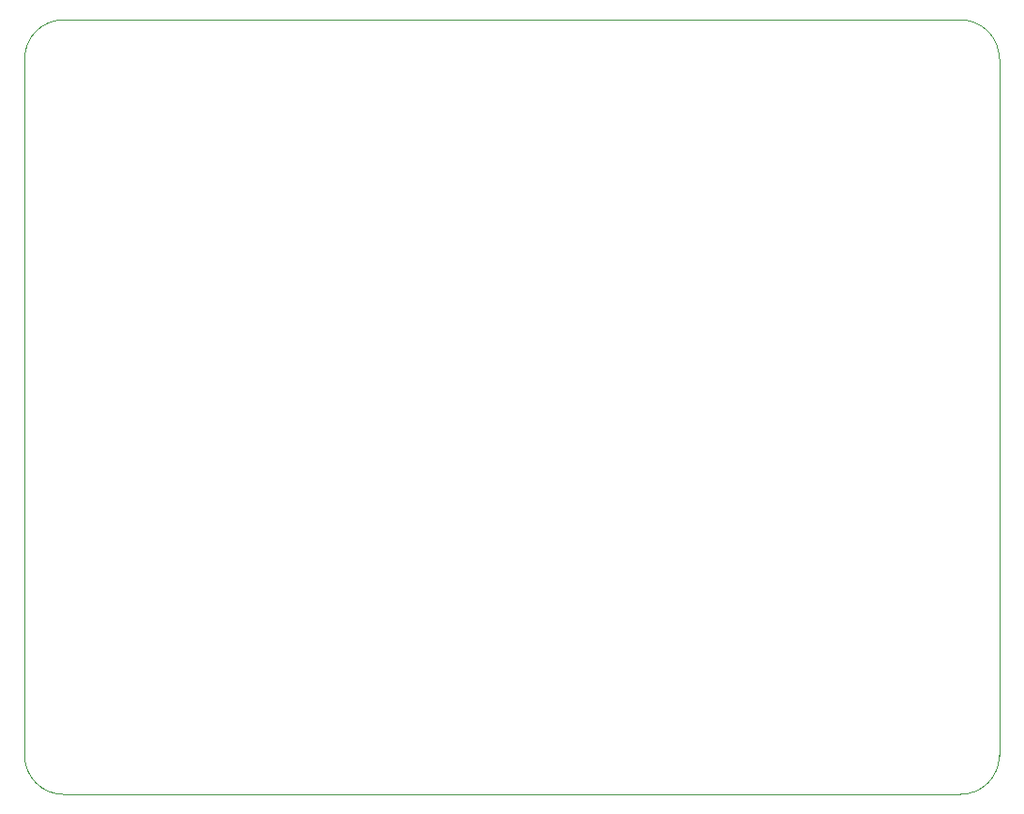
<source format=gbr>
G04 #@! TF.GenerationSoftware,KiCad,Pcbnew,(5.1.4)-1*
G04 #@! TF.CreationDate,2020-01-12T03:23:05+01:00*
G04 #@! TF.ProjectId,hub_usb_dispatch,6875625f-7573-4625-9f64-697370617463,rev?*
G04 #@! TF.SameCoordinates,Original*
G04 #@! TF.FileFunction,Profile,NP*
%FSLAX46Y46*%
G04 Gerber Fmt 4.6, Leading zero omitted, Abs format (unit mm)*
G04 Created by KiCad (PCBNEW (5.1.4)-1) date 2020-01-12 03:23:05*
%MOMM*%
%LPD*%
G04 APERTURE LIST*
%ADD10C,0.050000*%
G04 APERTURE END LIST*
D10*
X53500000Y-120000000D02*
G75*
G02X50000000Y-116500000I0J3500000D01*
G01*
X138000000Y-116500000D02*
G75*
G02X134500000Y-120000000I-3500000J0D01*
G01*
X134500000Y-50000000D02*
G75*
G02X138000000Y-53500000I0J-3500000D01*
G01*
X50000000Y-53500000D02*
G75*
G02X53500000Y-50000000I3500000J0D01*
G01*
X50000000Y-53500000D02*
X50000000Y-116500000D01*
X53500000Y-120000000D02*
X134500000Y-120000000D01*
X138000000Y-53500000D02*
X138000000Y-116500000D01*
X53500000Y-50000000D02*
X134500000Y-50000000D01*
M02*

</source>
